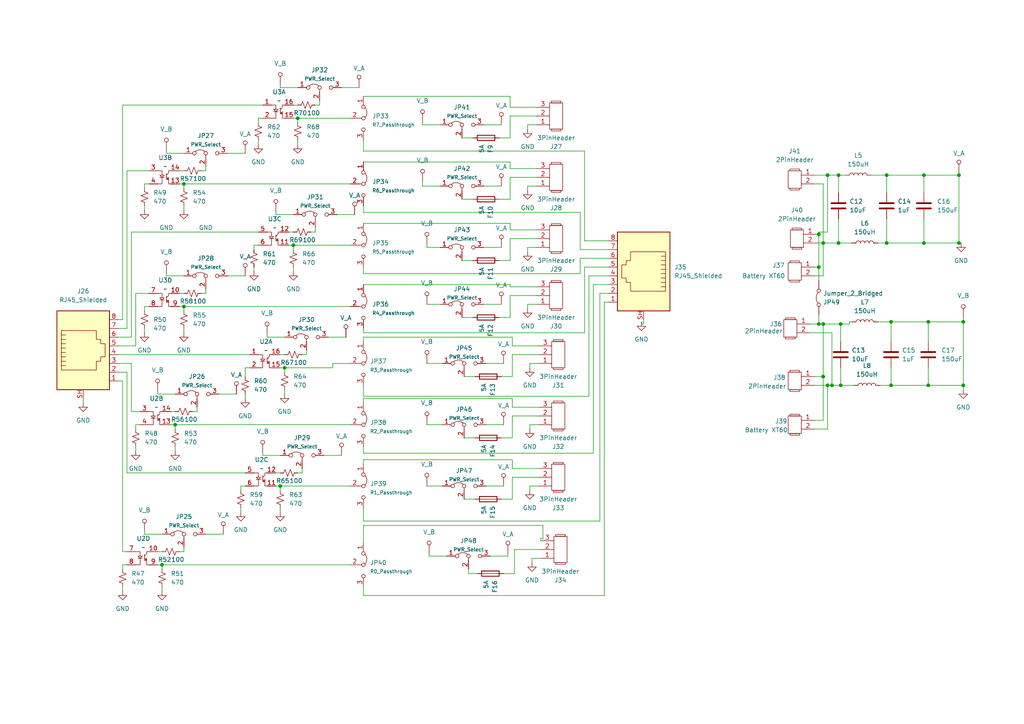
<source format=kicad_sch>
(kicad_sch (version 20231120) (generator "eeschema") (generator_version "8.0")
  (paper "A4")
  (lib_symbols
    (symbol "2PinHeader_1"
      (property "Reference" "J12" (at -1.905 0.635 0))
      (property "Value" "2PinHeader" (at -1.905 -1.905 0))
      (symbol "2PinHeader_1_1_1"
        (pin power_out line (at 3.81 -6.35 180) (length 3.81) (name "~") (number "1"))
        (pin power_out line (at 3.81 -8.89 180) (length 3.81) (name "~") (number "2"))
      )
    )
    (symbol "2PinHeader_2"
      (property "Reference" "J9" (at -1.905 0.635 0))
      (property "Value" "2PinHeader" (at -1.905 -1.905 0))
      (symbol "2PinHeader_2_1_1"
        (pin passive line (at 3.81 -6.35 180) (length 3.81) (name "~") (number "1"))
        (pin passive line (at 3.81 -8.89 180) (length 3.81) (name "~") (number "2"))
      )
    )
    (symbol "Connector:RJ45_Shielded" (pin_names (offset 1.016))
      (property "Reference" "J" (at -5.08 13.97 0))
      (property "Value" "RJ45_Shielded" (at 2.54 13.97 0))
      (symbol "RJ45_Shielded_1_1"
        (pin passive line (at 10.16 -7.62 180) (length 2.54) (name "~") (number "1"))
        (pin passive line (at 10.16 -5.08 180) (length 2.54) (name "~") (number "2"))
        (pin passive line (at 10.16 -2.54 180) (length 2.54) (name "~") (number "3"))
        (pin passive line (at 10.16 0 180) (length 2.54) (name "~") (number "4"))
        (pin passive line (at 10.16 2.54 180) (length 2.54) (name "~") (number "5"))
        (pin passive line (at 10.16 5.08 180) (length 2.54) (name "~") (number "6"))
        (pin passive line (at 10.16 7.62 180) (length 2.54) (name "~") (number "7"))
        (pin passive line (at 10.16 10.16 180) (length 2.54) (name "~") (number "8"))
        (pin passive line (at 0 -12.7 90) (length 2.54) (name "~") (number "SH"))
      )
    )
    (symbol "Custom Components:3PinHeader"
      (property "Reference" "J" (at -2.032 -1.524 0))
      (property "Value" "3PinHeader" (at -1.27 -3.302 0))
      (symbol "3PinHeader_1_1"
        (pin bidirectional line (at 3.81 -6.35 180) (length 3.81) (name "~") (number "1"))
        (pin bidirectional line (at 3.81 -8.89 180) (length 3.81) (name "~") (number "2"))
        (pin bidirectional line (at 3.81 -11.43 180) (length 3.81) (name "~") (number "3"))
      )
    )
    (symbol "Device:C" (pin_numbers hide) (pin_names (offset 0.254))
      (property "Reference" "C" (at 0.635 2.54 0))
      (property "Value" "C" (at 0.635 -2.54 0))
      (symbol "C_1_1"
        (pin passive line (at 0 3.81 270) (length 2.794) (name "~") (number "1"))
        (pin passive line (at 0 -3.81 90) (length 2.794) (name "~") (number "2"))
      )
    )
    (symbol "Device:Fuse" (pin_numbers hide) (pin_names (offset 0))
      (property "Reference" "F" (at 2.032 0 90))
      (property "Value" "Fuse" (at -1.905 0 90))
      (symbol "Fuse_1_1"
        (pin passive line (at 0 3.81 270) (length 1.27) (name "~") (number "1"))
        (pin passive line (at 0 -3.81 90) (length 1.27) (name "~") (number "2"))
      )
    )
    (symbol "Device:L" (pin_numbers hide) (pin_names (offset 1.016) hide)
      (property "Reference" "L" (at -1.27 0 90))
      (property "Value" "L" (at 1.905 0 90))
      (symbol "L_1_1"
        (pin passive line (at 0 3.81 270) (length 1.27) (name "1") (number "1"))
        (pin passive line (at 0 -3.81 90) (length 1.27) (name "2") (number "2"))
      )
    )
    (symbol "Device:R_Small_US" (pin_numbers hide) (pin_names (offset 0.254) hide)
      (property "Reference" "R" (at 0.762 0.508 0))
      (property "Value" "R_Small_US" (at 0.762 -1.016 0))
      (symbol "R_Small_US_1_1"
        (pin passive line (at 0 2.54 270) (length 1.016) (name "~") (number "1"))
        (pin passive line (at 0 -2.54 90) (length 1.016) (name "~") (number "2"))
      )
    )
    (symbol "Jumper:Jumper_2_Bridged" (pin_numbers hide) (pin_names (offset 0) hide) (exclude_from_sim yes)
      (property "Reference" "JP" (at 0 1.905 0))
      (property "Value" "Jumper_2_Bridged" (at 0 -2.54 0))
      (symbol "Jumper_2_Bridged_1_1"
        (pin passive line (at -5.08 0 0) (length 2.54) (name "A") (number "1"))
        (pin passive line (at 5.08 0 180) (length 2.54) (name "B") (number "2"))
      )
    )
    (symbol "Jumper:Jumper_3_Bridged12" (pin_names (offset 0) hide)
      (property "Reference" "JP" (at -2.54 -2.54 0))
      (property "Value" "Jumper_3_Bridged12" (at 0 2.794 0))
      (symbol "Jumper_3_Bridged12_1_1"
        (pin passive line (at -6.35 0 0) (length 2.54) (name "A") (number "1"))
        (pin passive line (at 0 -3.81 90) (length 2.54) (name "C") (number "2"))
        (pin passive line (at 6.35 0 180) (length 2.54) (name "B") (number "3"))
      )
    )
    (symbol "Power_symbols:V_A" (power) (in_bom no) (on_board no)
      (property "Value" "V_A" (at 0 3.048 0))
      (symbol "V_A_1_1"
        (pin power_out line (at 0 -1.778 90) (length 2.54) (name "") (number ""))
      )
    )
    (symbol "Power_symbols:V_B" (power) (in_bom no) (on_board no)
      (property "Value" "V_B" (at 0 2.54 0))
      (symbol "V_B_1_1"
        (pin power_out line (at 0 -3.048 90) (length 2.54) (name "") (number ""))
      )
    )
    (symbol "SchmaticSymboals:PS2801C-4-A"
      (property "Reference" "U" (at -4.572 -0.762 0))
      (symbol "PS2801C-4-A_1_1"
        (pin input line (at -7.62 -2.54 0) (length 2.54) (name "") (number "1"))
        (pin output line (at 1.27 -6.35 180) (length 2.54) (name "") (number "15"))
        (pin output line (at 1.27 -2.54 180) (length 2.54) (name "") (number "16"))
        (pin input line (at -7.62 -6.35 0) (length 2.54) (name "") (number "2"))
      )
      (symbol "PS2801C-4-A_2_1"
        (pin output line (at 1.27 -6.35 180) (length 2.54) (name "") (number "13"))
        (pin output line (at 1.27 -2.54 180) (length 2.54) (name "") (number "14"))
        (pin input line (at -7.62 -2.54 0) (length 2.54) (name "") (number "3"))
        (pin input line (at -7.62 -6.35 0) (length 2.54) (name "") (number "4"))
      )
      (symbol "PS2801C-4-A_3_1"
        (pin output line (at 1.27 -6.35 180) (length 2.54) (name "") (number "11"))
        (pin output line (at 1.27 -2.54 180) (length 2.54) (name "") (number "12"))
        (pin input line (at -7.62 -2.54 0) (length 2.54) (name "") (number "5"))
        (pin input line (at -7.62 -6.35 0) (length 2.54) (name "") (number "6"))
      )
      (symbol "PS2801C-4-A_4_1"
        (pin output line (at 1.27 -2.54 180) (length 2.54) (name "") (number "10"))
        (pin input line (at -7.62 -2.54 0) (length 2.54) (name "") (number "7"))
        (pin input line (at -7.62 -6.35 0) (length 2.54) (name "") (number "8"))
        (pin output line (at 1.27 -6.35 180) (length 2.54) (name "") (number "9"))
      )
    )
    (symbol "V_A_1" (power) (in_bom no) (on_board no)
      (property "Value" "V_A" (at 0 3.81 0))
      (symbol "V_A_1_1_1"
        (pin power_in line (at 0 -1.778 90) (length 2.54) (name "") (number ""))
      )
    )
    (symbol "V_A_2" (power) (in_bom no) (on_board no)
      (property "Value" "V_A" (at 0 3.81 0))
      (symbol "V_A_2_1_1"
        (pin power_in line (at 0 -1.778 90) (length 2.54) (name "") (number ""))
      )
    )
    (symbol "V_B_1" (power) (in_bom no) (on_board no)
      (property "Value" "V_B" (at 0 3.175 0))
      (symbol "V_B_1_1_1"
        (pin power_in line (at 0 -3.048 90) (length 2.54) (name "") (number ""))
      )
    )
    (symbol "V_B_2" (power) (in_bom no) (on_board no)
      (property "Value" "V_B" (at 0 3.175 0))
      (symbol "V_B_2_1_1"
        (pin power_in line (at 0 -3.048 90) (length 2.54) (name "") (number ""))
      )
    )
    (symbol "V_B_3" (power) (in_bom no) (on_board no)
      (property "Value" "V_B" (at 0 3.175 0))
      (symbol "V_B_3_1_1"
        (pin power_in line (at 0 -3.048 90) (length 2.54) (name "") (number ""))
      )
    )
    (symbol "V_B_4" (power) (in_bom no) (on_board no)
      (property "Value" "V_B" (at 0 3.175 0))
      (symbol "V_B_4_1_1"
        (pin power_in line (at 0 -3.048 90) (length 2.54) (name "") (number ""))
      )
    )
    (symbol "power:GND" (power) (pin_names (offset 0))
      (property "Value" "GND" (at 0 -3.81 0))
      (symbol "GND_1_1"
        (pin power_in line (at 0 0 270) (length 0) hide (name "GND") (number "1"))
      )
    )
  )
  (junction (at 237.49 77.47))
  (junction (at 243.84 93.98))
  (junction (at 237.49 67.945))
  (junction (at 82.55 106.68))
  (junction (at 86.36 34.29))
  (junction (at 53.34 88.9))
  (junction (at 238.76 109.22))
  (junction (at 85.09 71.12))
  (junction (at 269.24 93.345))
  (junction (at 257.175 70.485))
  (junction (at 241.3 111.76))
  (junction (at 278.13 70.485))
  (junction (at 257.175 50.8))
  (junction (at 243.205 50.8))
  (junction (at 243.205 70.485))
  (junction (at 50.8 123.19))
  (junction (at 278.13 50.8))
  (junction (at 279.4 93.345))
  (junction (at 243.84 111.76))
  (junction (at 46.99 163.83))
  (junction (at 238.76 93.98))
  (junction (at 240.03 50.8))
  (junction (at 258.445 111.76))
  (junction (at 81.28 140.97))
  (junction (at 258.445 93.345))
  (junction (at 237.49 93.98))
  (junction (at 240.03 111.76))
  (junction (at 53.34 53.34))
  (junction (at 267.97 70.485))
  (junction (at 269.24 111.76))
  (junction (at 267.97 50.8))
  (junction (at 279.4 111.76))
  (junction (at 238.76 70.485))
  (wire (pts (xy 71.12 106.68) (xy 71.12 109.22)))
  (wire (pts (xy 246.38 93.345) (xy 247.015 93.345)))
  (wire (pts (xy 153.67 105.41) (xy 156.21 105.41)))
  (wire (pts (xy 82.55 107.95) (xy 82.55 106.68)))
  (wire (pts (xy 267.97 63.5) (xy 267.97 70.485)))
  (wire (pts (xy 133.985 92.075) (xy 137.16 92.075)))
  (wire (pts (xy 41.91 95.25) (xy 41.91 96.52)))
  (wire (pts (xy 105.41 82.55) (xy 147.955 82.55)))
  (wire (pts (xy 45.72 113.538) (xy 45.72 114.3)))
  (wire (pts (xy 86.36 40.64) (xy 86.36 41.91)))
  (wire (pts (xy 148.59 97.79) (xy 148.59 100.33)))
  (wire (pts (xy 147.955 27.94) (xy 147.955 31.115)))
  (wire (pts (xy 168.275 74.93) (xy 168.275 79.375)))
  (wire (pts (xy 257.175 70.485) (xy 254.635 70.485)))
  (wire (pts (xy 157.48 152.4) (xy 157.48 156.21)))
  (wire (pts (xy 156.21 120.65) (xy 148.59 120.65)))
  (wire (pts (xy 45.72 160.02) (xy 46.99 160.02)))
  (wire (pts (xy 133.985 75.565) (xy 137.16 75.565)))
  (wire (pts (xy 153.67 106.68) (xy 153.67 105.41)))
  (wire (pts (xy 91.44 30.48) (xy 92.71 30.48)))
  (wire (pts (xy 83.82 67.31) (xy 85.09 67.31)))
  (wire (pts (xy 237.49 67.31) (xy 237.49 67.945)))
  (wire (pts (xy 258.445 93.345) (xy 269.24 93.345)))
  (wire (pts (xy 147.955 31.115) (xy 155.575 31.115)))
  (wire (pts (xy 140.335 88.265) (xy 145.415 88.265)))
  (wire (pts (xy 122.555 53.975) (xy 127.635 53.975)))
  (wire (pts (xy 240.03 50.8) (xy 240.03 67.31)))
  (wire (pts (xy 278.13 70.485) (xy 278.765 70.485)))
  (wire (pts (xy 238.76 70.485) (xy 238.76 80.01)))
  (wire (pts (xy 48.26 80.01) (xy 53.34 80.01)))
  (wire (pts (xy 153.035 89.535) (xy 153.035 88.265)))
  (wire (pts (xy 156.21 138.43) (xy 148.59 138.43)))
  (wire (pts (xy 105.41 152.4) (xy 157.48 152.4)))
  (wire (pts (xy 186.69 93.98) (xy 186.055 93.98)))
  (wire (pts (xy 134.62 127) (xy 137.795 127)))
  (wire (pts (xy 243.205 70.485) (xy 247.015 70.485)))
  (wire (pts (xy 105.41 114.935) (xy 105.41 111.76)))
  (wire (pts (xy 72.39 106.68) (xy 71.12 106.68)))
  (wire (pts (xy 134.62 109.22) (xy 137.795 109.22)))
  (wire (pts (xy 40.64 123.19) (xy 39.37 123.19)))
  (wire (pts (xy 269.24 106.68) (xy 269.24 111.76)))
  (wire (pts (xy 236.22 53.34) (xy 238.76 53.34)))
  (wire (pts (xy 122.555 35.433) (xy 122.555 36.195)))
  (wire (pts (xy 148.59 138.43) (xy 148.59 144.78)))
  (wire (pts (xy 81.28 25.4) (xy 86.36 25.4)))
  (wire (pts (xy 140.97 123.19) (xy 146.05 123.19)))
  (wire (pts (xy 172.085 131.445) (xy 172.085 82.55)))
  (wire (pts (xy 257.175 50.8) (xy 257.175 55.88)))
  (wire (pts (xy 238.76 53.34) (xy 238.76 70.485)))
  (wire (pts (xy 105.41 115.57) (xy 148.59 115.57)))
  (wire (pts (xy 53.34 53.34) (xy 101.6 53.34)))
  (wire (pts (xy 105.41 131.445) (xy 105.41 129.54)))
  (wire (pts (xy 236.855 70.485) (xy 238.76 70.485)))
  (wire (pts (xy 258.445 93.345) (xy 258.445 99.06)))
  (wire (pts (xy 140.97 105.41) (xy 146.05 105.41)))
  (wire (pts (xy 169.545 43.815) (xy 105.41 43.815)))
  (wire (pts (xy 59.69 49.53) (xy 59.69 48.26)))
  (wire (pts (xy 153.035 88.265) (xy 155.575 88.265)))
  (wire (pts (xy 153.035 36.195) (xy 155.575 36.195)))
  (wire (pts (xy 144.78 75.565) (xy 147.955 75.565)))
  (wire (pts (xy 147.955 48.895) (xy 155.575 48.895)))
  (wire (pts (xy 105.41 133.35) (xy 105.41 134.62)))
  (wire (pts (xy 35.56 170.18) (xy 35.56 171.45)))
  (wire (pts (xy 87.63 102.87) (xy 88.9 102.87)))
  (wire (pts (xy 243.84 111.76) (xy 247.65 111.76)))
  (wire (pts (xy 123.825 123.063) (xy 123.825 123.19)))
  (wire (pts (xy 66.04 44.45) (xy 71.12 44.45)))
  (wire (pts (xy 105.41 43.815) (xy 105.41 40.64)))
  (wire (pts (xy 38.1 97.79) (xy 38.1 67.31)))
  (wire (pts (xy 156.845 156.21) (xy 156.845 156.845)))
  (wire (pts (xy 123.825 70.993) (xy 123.825 71.755)))
  (wire (pts (xy 43.18 53.34) (xy 41.91 53.34)))
  (wire (pts (xy 153.035 37.465) (xy 153.035 36.195)))
  (wire (pts (xy 148.59 135.89) (xy 156.21 135.89)))
  (wire (pts (xy 77.47 97.028) (xy 77.47 97.79)))
  (wire (pts (xy 80.01 137.16) (xy 81.28 137.16)))
  (wire (pts (xy 35.56 30.48) (xy 76.2 30.48)))
  (wire (pts (xy 53.34 90.17) (xy 53.34 88.9)))
  (wire (pts (xy 50.8 124.46) (xy 50.8 123.19)))
  (wire (pts (xy 140.335 71.755) (xy 145.415 71.755)))
  (wire (pts (xy 257.175 70.485) (xy 267.97 70.485)))
  (wire (pts (xy 257.175 63.5) (xy 257.175 70.485)))
  (wire (pts (xy 69.85 140.97) (xy 69.85 142.24)))
  (wire (pts (xy 237.49 67.945) (xy 237.49 77.47)))
  (wire (pts (xy 53.34 95.25) (xy 53.34 96.52)))
  (wire (pts (xy 237.49 77.47) (xy 237.49 81.28)))
  (wire (pts (xy 105.41 172.72) (xy 105.41 170.18)))
  (wire (pts (xy 86.36 35.56) (xy 86.36 34.29)))
  (wire (pts (xy 35.56 163.83) (xy 35.56 165.1)))
  (wire (pts (xy 168.275 61.595) (xy 105.41 61.595)))
  (wire (pts (xy 53.34 54.61) (xy 53.34 53.34)))
  (wire (pts (xy 41.91 59.69) (xy 41.91 60.96)))
  (wire (pts (xy 278.13 50.8) (xy 278.13 70.485)))
  (wire (pts (xy 243.84 106.68) (xy 243.84 111.76)))
  (wire (pts (xy 105.41 151.13) (xy 173.99 151.13)))
  (wire (pts (xy 88.9 102.87) (xy 88.9 101.6)))
  (wire (pts (xy 48.26 44.45) (xy 53.34 44.45)))
  (wire (pts (xy 50.8 129.54) (xy 50.8 130.81)))
  (wire (pts (xy 36.83 137.16) (xy 71.12 137.16)))
  (wire (pts (xy 135.89 166.37) (xy 135.89 165.1)))
  (wire (pts (xy 52.07 49.53) (xy 53.34 49.53)))
  (wire (pts (xy 43.18 88.9) (xy 41.91 88.9)))
  (wire (pts (xy 34.29 100.33) (xy 39.37 100.33)))
  (wire (pts (xy 147.32 161.29) (xy 147.32 160.528)))
  (wire (pts (xy 147.955 46.99) (xy 147.955 48.895)))
  (wire (pts (xy 154.305 163.195) (xy 154.305 161.925)))
  (wire (pts (xy 144.78 57.785) (xy 147.955 57.785)))
  (wire (pts (xy 41.91 90.17) (xy 41.91 88.9)))
  (wire (pts (xy 74.93 71.12) (xy 73.66 71.12)))
  (wire (pts (xy 175.26 172.72) (xy 105.41 172.72)))
  (wire (pts (xy 46.99 163.83) (xy 101.6 163.83)))
  (wire (pts (xy 82.55 106.68) (xy 81.28 106.68)))
  (wire (pts (xy 243.84 93.98) (xy 246.38 93.98)))
  (wire (pts (xy 240.03 124.46) (xy 240.03 111.76)))
  (wire (pts (xy 92.71 30.48) (xy 92.71 29.21)))
  (wire (pts (xy 57.15 119.38) (xy 57.15 118.11)))
  (wire (pts (xy 105.41 61.595) (xy 105.41 59.69)))
  (wire (pts (xy 34.29 95.25) (xy 36.83 95.25)))
  (wire (pts (xy 147.955 66.675) (xy 155.575 66.675)))
  (wire (pts (xy 154.305 161.925) (xy 156.845 161.925)))
  (wire (pts (xy 173.99 85.09) (xy 176.53 85.09)))
  (wire (pts (xy 82.55 113.03) (xy 82.55 114.3)))
  (wire (pts (xy 35.56 110.49) (xy 35.56 160.02)))
  (wire (pts (xy 145.415 144.78) (xy 148.59 144.78)))
  (wire (pts (xy 236.855 67.945) (xy 237.49 67.945)))
  (wire (pts (xy 236.22 124.46) (xy 240.03 124.46)))
  (wire (pts (xy 122.555 36.195) (xy 127.635 36.195)))
  (wire (pts (xy 269.24 111.76) (xy 258.445 111.76)))
  (wire (pts (xy 240.03 50.8) (xy 243.205 50.8)))
  (wire (pts (xy 81.28 147.32) (xy 81.28 148.59)))
  (wire (pts (xy 148.59 100.33) (xy 156.21 100.33)))
  (wire (pts (xy 129.54 161.29) (xy 124.46 161.29)))
  (wire (pts (xy 76.2 34.29) (xy 74.93 34.29)))
  (wire (pts (xy 55.88 119.38) (xy 57.15 119.38)))
  (wire (pts (xy 140.97 140.97) (xy 146.05 140.97)))
  (wire (pts (xy 105.41 151.13) (xy 105.41 147.32)))
  (wire (pts (xy 122.555 52.705) (xy 122.555 53.975)))
  (wire (pts (xy 93.98 132.08) (xy 99.06 132.08)))
  (wire (pts (xy 168.275 79.375) (xy 105.41 79.375)))
  (wire (pts (xy 123.825 123.19) (xy 128.27 123.19)))
  (wire (pts (xy 39.37 129.54) (xy 39.37 130.81)))
  (wire (pts (xy 73.66 71.12) (xy 73.66 72.39)))
  (wire (pts (xy 172.085 82.55) (xy 176.53 82.55)))
  (wire (pts (xy 236.22 77.47) (xy 237.49 77.47)))
  (wire (pts (xy 85.09 77.47) (xy 85.09 78.74)))
  (wire (pts (xy 147.955 33.655) (xy 147.955 40.005)))
  (wire (pts (xy 169.545 43.815) (xy 169.545 69.85)))
  (wire (pts (xy 35.56 160.02) (xy 36.83 160.02)))
  (wire (pts (xy 71.12 114.3) (xy 71.12 115.57)))
  (wire (pts (xy 39.37 100.33) (xy 39.37 85.09)))
  (wire (pts (xy 24.13 116.84) (xy 24.13 115.57)))
  (wire (pts (xy 236.22 50.8) (xy 240.03 50.8)))
  (wire (pts (xy 58.42 85.09) (xy 59.69 85.09)))
  (wire (pts (xy 87.63 137.16) (xy 87.63 135.89)))
  (wire (pts (xy 238.76 70.485) (xy 243.205 70.485)))
  (wire (pts (xy 278.13 50.8) (xy 267.97 50.8)))
  (wire (pts (xy 36.83 95.25) (xy 36.83 49.53)))
  (wire (pts (xy 66.04 80.01) (xy 71.12 80.01)))
  (wire (pts (xy 236.22 121.92) (xy 238.76 121.92)))
  (wire (pts (xy 234.95 93.98) (xy 237.49 93.98)))
  (wire (pts (xy 35.56 92.71) (xy 34.29 92.71)))
  (wire (pts (xy 53.34 88.9) (xy 52.07 88.9)))
  (wire (pts (xy 156.845 159.385) (xy 149.225 159.385)))
  (wire (pts (xy 254.635 93.345) (xy 258.445 93.345)))
  (wire (pts (xy 133.985 57.785) (xy 137.16 57.785)))
  (wire (pts (xy 80.01 62.23) (xy 85.09 62.23)))
  (wire (pts (xy 168.275 61.595) (xy 168.275 72.39)))
  (wire (pts (xy 86.36 137.16) (xy 87.63 137.16)))
  (wire (pts (xy 258.445 106.68) (xy 258.445 111.76)))
  (wire (pts (xy 50.8 123.19) (xy 49.53 123.19)))
  (wire (pts (xy 96.52 106.68) (xy 96.52 105.41)))
  (wire (pts (xy 48.26 43.688) (xy 48.26 44.45)))
  (wire (pts (xy 243.205 63.5) (xy 243.205 70.485)))
  (wire (pts (xy 74.93 40.64) (xy 74.93 41.91)))
  (wire (pts (xy 53.34 88.9) (xy 101.6 88.9)))
  (wire (pts (xy 76.2 131.318) (xy 76.2 132.08)))
  (wire (pts (xy 147.955 83.185) (xy 155.575 83.185)))
  (wire (pts (xy 236.22 80.01) (xy 238.76 80.01)))
  (wire (pts (xy 269.24 111.76) (xy 279.4 111.76)))
  (wire (pts (xy 243.205 50.8) (xy 243.205 55.88)))
  (wire (pts (xy 279.4 91.948) (xy 279.4 93.345)))
  (wire (pts (xy 38.1 67.31) (xy 74.93 67.31)))
  (wire (pts (xy 148.59 115.57) (xy 148.59 118.11)))
  (wire (pts (xy 80.01 61.468) (xy 80.01 62.23)))
  (wire (pts (xy 153.035 71.755) (xy 155.575 71.755)))
  (wire (pts (xy 238.76 93.98) (xy 238.76 109.22)))
  (wire (pts (xy 85.09 71.12) (xy 83.82 71.12)))
  (wire (pts (xy 81.28 140.97) (xy 101.6 140.97)))
  (wire (pts (xy 148.59 120.65) (xy 148.59 127)))
  (wire (pts (xy 135.89 166.37) (xy 138.43 166.37)))
  (wire (pts (xy 134.62 144.78) (xy 137.795 144.78)))
  (wire (pts (xy 81.28 142.24) (xy 81.28 140.97)))
  (wire (pts (xy 34.29 105.41) (xy 38.1 105.41)))
  (wire (pts (xy 45.72 114.3) (xy 50.8 114.3)))
  (wire (pts (xy 105.41 64.77) (xy 147.955 64.77)))
  (wire (pts (xy 48.26 79.248) (xy 48.26 80.01)))
  (wire (pts (xy 52.07 160.02) (xy 53.34 160.02)))
  (wire (pts (xy 81.28 102.87) (xy 82.55 102.87)))
  (wire (pts (xy 147.955 64.77) (xy 147.955 66.675)))
  (wire (pts (xy 279.4 113.03) (xy 279.4 111.76)))
  (wire (pts (xy 269.24 93.345) (xy 279.4 93.345)))
  (wire (pts (xy 46.99 170.18) (xy 46.99 171.45)))
  (wire (pts (xy 52.07 85.09) (xy 53.34 85.09)))
  (wire (pts (xy 105.41 133.35) (xy 148.59 133.35)))
  (wire (pts (xy 258.445 111.76) (xy 255.27 111.76)))
  (wire (pts (xy 153.035 73.025) (xy 153.035 71.755)))
  (wire (pts (xy 105.41 157.48) (xy 105.41 152.4)))
  (wire (pts (xy 155.575 85.725) (xy 147.955 85.725)))
  (wire (pts (xy 73.66 77.47) (xy 73.66 78.74)))
  (wire (pts (xy 169.545 69.85) (xy 176.53 69.85)))
  (wire (pts (xy 153.67 124.46) (xy 153.67 123.19)))
  (wire (pts (xy 267.97 50.8) (xy 267.97 55.88)))
  (wire (pts (xy 140.335 36.195) (xy 145.415 36.195)))
  (wire (pts (xy 95.25 97.79) (xy 100.33 97.79)))
  (wire (pts (xy 140.335 53.975) (xy 145.415 53.975)))
  (wire (pts (xy 238.76 121.92) (xy 238.76 109.22)))
  (wire (pts (xy 123.825 105.283) (xy 123.825 105.41)))
  (wire (pts (xy 86.36 34.29) (xy 85.09 34.29)))
  (wire (pts (xy 173.99 151.13) (xy 173.99 85.09)))
  (wire (pts (xy 99.06 25.4) (xy 104.14 25.4)))
  (wire (pts (xy 169.545 77.47) (xy 176.53 77.47)))
  (wire (pts (xy 34.29 107.95) (xy 36.83 107.95)))
  (wire (pts (xy 243.205 50.8) (xy 245.11 50.8)))
  (wire (pts (xy 123.825 88.265) (xy 127.635 88.265)))
  (wire (pts (xy 53.34 53.34) (xy 52.07 53.34)))
  (wire (pts (xy 105.41 114.935) (xy 170.815 114.935)))
  (wire (pts (xy 38.1 105.41) (xy 38.1 119.38)))
  (wire (pts (xy 237.49 67.31) (xy 240.03 67.31)))
  (wire (pts (xy 236.22 109.22) (xy 238.76 109.22)))
  (wire (pts (xy 91.44 67.31) (xy 91.44 66.04)))
  (wire (pts (xy 153.035 55.245) (xy 153.035 53.975)))
  (wire (pts (xy 236.22 111.76) (xy 240.03 111.76)))
  (wire (pts (xy 156.21 102.87) (xy 148.59 102.87)))
  (wire (pts (xy 234.95 96.52) (xy 241.3 96.52)))
  (wire (pts (xy 147.955 82.55) (xy 147.955 83.185)))
  (wire (pts (xy 86.36 34.29) (xy 101.6 34.29)))
  (wire (pts (xy 85.09 71.12) (xy 101.6 71.12)))
  (wire (pts (xy 35.56 110.49) (xy 34.29 110.49)))
  (wire (pts (xy 153.67 140.97) (xy 156.21 140.97)))
  (wire (pts (xy 186.055 93.98) (xy 186.055 93.345)))
  (wire (pts (xy 257.175 50.8) (xy 267.97 50.8)))
  (wire (pts (xy 146.05 166.37) (xy 149.225 166.37)))
  (wire (pts (xy 237.49 91.44) (xy 237.49 93.98)))
  (wire (pts (xy 148.59 118.11) (xy 156.21 118.11)))
  (wire (pts (xy 133.985 40.005) (xy 137.16 40.005)))
  (wire (pts (xy 105.41 27.94) (xy 147.955 27.94)))
  (wire (pts (xy 63.5 114.3) (xy 68.58 114.3)))
  (wire (pts (xy 105.41 79.375) (xy 105.41 77.47)))
  (wire (pts (xy 155.575 51.435) (xy 147.955 51.435)))
  (wire (pts (xy 59.69 154.94) (xy 64.77 154.94)))
  (wire (pts (xy 35.56 92.71) (xy 35.56 30.48)))
  (wire (pts (xy 145.415 127) (xy 148.59 127)))
  (wire (pts (xy 105.41 131.445) (xy 172.085 131.445)))
  (wire (pts (xy 170.815 80.01) (xy 176.53 80.01)))
  (wire (pts (xy 82.55 106.68) (xy 96.52 106.68)))
  (wire (pts (xy 41.91 53.34) (xy 41.91 54.61)))
  (wire (pts (xy 90.17 67.31) (xy 91.44 67.31)))
  (wire (pts (xy 168.275 74.93) (xy 176.53 74.93)))
  (wire (pts (xy 240.03 111.76) (xy 241.3 111.76)))
  (wire (pts (xy 41.91 154.178) (xy 41.91 154.94)))
  (wire (pts (xy 36.83 107.95) (xy 36.83 137.16)))
  (wire (pts (xy 50.8 123.19) (xy 101.6 123.19)))
  (wire (pts (xy 153.035 53.975) (xy 155.575 53.975)))
  (wire (pts (xy 169.545 96.52) (xy 169.545 77.47)))
  (wire (pts (xy 127.635 71.755) (xy 123.825 71.755)))
  (wire (pts (xy 81.28 140.97) (xy 80.01 140.97)))
  (wire (pts (xy 267.97 70.485) (xy 278.13 70.485)))
  (wire (pts (xy 147.955 69.215) (xy 147.955 75.565)))
  (wire (pts (xy 85.09 72.39) (xy 85.09 71.12)))
  (wire (pts (xy 71.12 140.97) (xy 69.85 140.97)))
  (wire (pts (xy 186.69 92.71) (xy 186.69 93.98)))
  (wire (pts (xy 39.37 123.19) (xy 39.37 124.46)))
  (wire (pts (xy 105.41 97.79) (xy 105.41 99.06)))
  (wire (pts (xy 58.42 49.53) (xy 59.69 49.53)))
  (wire (pts (xy 148.59 133.35) (xy 148.59 135.89)))
  (wire (pts (xy 34.29 102.87) (xy 72.39 102.87)))
  (wire (pts (xy 142.24 161.29) (xy 147.32 161.29)))
  (wire (pts (xy 147.955 85.725) (xy 147.955 92.075)))
  (wire (pts (xy 124.46 160.528) (xy 124.46 161.29)))
  (wire (pts (xy 241.3 96.52) (xy 241.3 111.76)))
  (wire (pts (xy 105.41 97.79) (xy 148.59 97.79)))
  (wire (pts (xy 243.84 93.98) (xy 243.84 99.06)))
  (wire (pts (xy 41.91 154.94) (xy 46.99 154.94)))
  (wire (pts (xy 81.28 24.638) (xy 81.28 25.4)))
  (wire (pts (xy 238.76 93.98) (xy 243.84 93.98)))
  (wire (pts (xy 153.67 123.19) (xy 156.21 123.19)))
  (wire (pts (xy 85.09 30.48) (xy 86.36 30.48)))
  (wire (pts (xy 105.41 46.99) (xy 147.955 46.99)))
  (wire (pts (xy 237.49 93.98) (xy 238.76 93.98)))
  (wire (pts (xy 49.53 119.38) (xy 50.8 119.38)))
  (wire (pts (xy 34.29 97.79) (xy 38.1 97.79)))
  (wire (pts (xy 105.41 115.57) (xy 105.41 116.84)))
  (wire (pts (xy 39.37 85.09) (xy 43.18 85.09)))
  (wire (pts (xy 53.34 160.02) (xy 53.34 158.75)))
  (wire (pts (xy 123.825 105.41) (xy 128.27 105.41)))
  (wire (pts (xy 176.53 87.63) (xy 175.26 87.63)))
  (wire (pts (xy 105.41 96.52) (xy 105.41 95.25)))
  (wire (pts (xy 74.93 34.29) (xy 74.93 35.56)))
  (wire (pts (xy 279.4 93.345) (xy 279.4 111.76)))
  (wire (pts (xy 144.78 92.075) (xy 147.955 92.075)))
  (wire (pts (xy 252.73 50.8) (xy 257.175 50.8)))
  (wire (pts (xy 77.47 97.79) (xy 82.55 97.79)))
  (wire (pts (xy 76.2 132.08) (xy 81.28 132.08)))
  (wire (pts (xy 105.41 96.52) (xy 169.545 96.52)))
  (wire (pts (xy 97.79 62.23) (xy 102.87 62.23)))
  (wire (pts (xy 145.415 109.22) (xy 148.59 109.22)))
  (wire (pts (xy 278.13 50.038) (xy 278.13 50.8)))
  (wire (pts (xy 148.59 102.87) (xy 148.59 109.22)))
  (wire (pts (xy 149.225 159.385) (xy 149.225 166.37)))
  (wire (pts (xy 144.78 40.005) (xy 147.955 40.005)))
  (wire (pts (xy 59.69 85.09) (xy 59.69 83.82)))
  (wire (pts (xy 246.38 93.98) (xy 246.38 93.345)))
  (wire (pts (xy 123.825 140.843) (xy 123.825 140.97)))
  (wire (pts (xy 46.99 163.83) (xy 45.72 163.83)))
  (wire (pts (xy 155.575 69.215) (xy 147.955 69.215)))
  (wire (pts (xy 53.34 59.69) (xy 53.34 60.96)))
  (wire (pts (xy 241.3 111.76) (xy 243.84 111.76)))
  (wire (pts (xy 170.815 80.01) (xy 170.815 114.935)))
  (wire (pts (xy 269.24 93.345) (xy 269.24 99.06)))
  (wire (pts (xy 175.26 87.63) (xy 175.26 172.72)))
  (wire (pts (xy 46.99 165.1) (xy 46.99 163.83)))
  (wire (pts (xy 153.67 142.24) (xy 153.67 140.97)))
  (wire (pts (xy 155.575 33.655) (xy 147.955 33.655)))
  (wire (pts (xy 123.825 140.97) (xy 128.27 140.97)))
  (wire (pts (xy 147.955 51.435) (xy 147.955 57.785)))
  (wire (pts (xy 157.48 156.21) (xy 156.845 156.21)))
  (wire (pts (xy 168.275 72.39) (xy 176.53 72.39)))
  (wire (pts (xy 69.85 147.32) (xy 69.85 148.59)))
  (wire (pts (xy 38.1 119.38) (xy 40.64 119.38)))
  (wire (pts (xy 96.52 105.41) (xy 101.6 105.41)))
  (wire (pts (xy 36.83 163.83) (xy 35.56 163.83)))
  (wire (pts (xy 36.83 49.53) (xy 43.18 49.53)))
  (symbol (lib_id "Jumper:Jumper_3_Bridged12") (at 105.41 88.9 270) (unit 1)
    (property "Reference" "JP36" (at 107.95 88.2649 90) (effects (justify left)))
    (property "Value" "R4_Passthrough" (at 107.95 90.805 90) (effects (font (size 1.016 1.016)) (justify left)))
    (property "Footprint" "ATVProject_Library:3 Pin Header" (effects (hide yes)))
  )
  (symbol (lib_id "power:GND") (at 153.035 89.535 0) (unit 1)
    (property "Reference" "#PWR0109" (effects (hide yes)))
    (property "Value" "GND" (at 153.035 94.615 0))
  )
  (symbol (lib_name "2PinHeader_2") (lib_id "Custom Components:2PinHeader") (at 232.41 115.57 0) (unit 1)
    (property "Reference" "J39" (at 226.568 122.174 0))
    (property "Value" "Battery XT60" (at 222.25 124.714 0))
    (property "Footprint" "ATVProject_Library:XT60" (effects (hide yes)))
  )
  (symbol (lib_id "Device:L") (at 248.92 50.8 90) (unit 1)
    (property "Reference" "L5" (at 248.92 45.085 90))
    (property "Value" "150uH" (at 248.92 47.625 90))
    (property "Footprint" "ATVProject_Library:3232" (effects (hide yes)))
  )
  (symbol (lib_id "power:GND") (at 278.765 70.485 0) (unit 1)
    (property "Reference" "#PWR0116" (effects (hide yes)))
    (property "Value" "GND" (at 278.765 75.565 0))
  )
  (symbol (lib_id "Power_symbols:V_A") (at 145.415 69.977 0) (unit 1) (in_bom no) (on_board no)
    (property "Reference" "#PWR0100" (effects (hide yes)))
    (property "Value" "V_A" (at 145.415 66.167 0))
  )
  (symbol (lib_id "power:GND") (at 153.67 142.24 0) (unit 1)
    (property "Reference" "#PWR0112" (effects (hide yes)))
    (property "Value" "GND" (at 153.67 147.32 0))
  )
  (symbol (lib_id "Device:L") (at 250.825 93.345 90) (unit 1)
    (property "Reference" "L7" (at 250.825 87.63 90))
    (property "Value" "150uH" (at 250.825 90.17 90))
    (property "Footprint" "ATVProject_Library:3232" (effects (hide yes)))
  )
  (symbol (lib_id "Device:R_Small_US") (at 53.34 119.38 90) (unit 1)
    (property "Reference" "R56" (at 51.562 121.666 90))
    (property "Value" "100" (at 55.372 121.666 90))
    (property "Footprint" "Resistor_SMD:R_0805_2012Metric_Pad1.20x1.40mm_HandSolder" (effects (hide yes)))
    (property "Description" "Resistor, small US symbol" (effects (hide yes)))
  )
  (symbol (lib_id "Power_symbols:V_B") (at 41.91 151.13 0) (unit 1) (in_bom no) (on_board no)
    (property "Reference" "#PWR062" (effects (hide yes)))
    (property "Value" "V_B" (at 41.91 147.955 0))
  )
  (symbol (lib_id "power:GND") (at 35.56 171.45 0) (unit 1)
    (property "Reference" "#PWR058" (effects (hide yes)))
    (property "Value" "GND" (at 35.56 176.53 0))
  )
  (symbol (lib_id "Jumper:Jumper_2_Bridged") (at 237.49 86.36 90) (mirror x) (unit 1) (exclude_from_sim yes)
    (property "Reference" "JP49" (at 238.76 87.6301 90) (effects (justify right)))
    (property "Value" "Jumper_2_Bridged" (at 238.76 85.0901 90) (effects (justify right)))
    (property "Footprint" "ATVProject_Library:2 Pin Header" (effects (hide yes)))
    (property "Description" "Jumper, 2-pole, closed/bridged" (effects (hide yes)))
  )
  (symbol (lib_id "Device:R_Small_US") (at 55.88 49.53 90) (unit 1)
    (property "Reference" "R57" (at 54.102 51.816 90))
    (property "Value" "100" (at 57.912 51.816 90))
    (property "Footprint" "Resistor_SMD:R_0805_2012Metric_Pad1.20x1.40mm_HandSolder" (effects (hide yes)))
    (property "Description" "Resistor, small US symbol" (effects (hide yes)))
  )
  (symbol (lib_id "Device:Fuse") (at 142.24 166.37 270) (unit 1)
    (property "Reference" "F16" (at 143.5101 168.275 0) (effects (justify left)))
    (property "Value" "5A" (at 140.9701 168.275 0) (effects (justify left)))
    (property "Footprint" "ATVProject_Library:Fuse Holder" (effects (hide yes)))
  )
  (symbol (lib_id "Device:R_Small_US") (at 41.91 57.15 0) (unit 1)
    (property "Reference" "R49" (at 44.45 55.8799 0) (effects (justify left)))
    (property "Value" "470" (at 44.45 58.4199 0) (effects (justify left)))
    (property "Footprint" "Resistor_SMD:R_0805_2012Metric_Pad1.20x1.40mm_HandSolder" (effects (hide yes)))
    (property "Description" "Resistor, small US symbol" (effects (hide yes)))
  )
  (symbol (lib_id "power:GND") (at 39.37 130.81 0) (unit 1)
    (property "Reference" "#PWR059" (effects (hide yes)))
    (property "Value" "GND" (at 39.37 135.89 0))
  )
  (symbol (lib_id "SchmaticSymboals:PS2801C-4-A") (at 50.8 46.99 0) (unit 2)
    (property "Reference" "U3" (at 47.9425 45.72 0))
    (property "Value" "~" (at 47.9425 48.26 0))
    (property "Footprint" "ATVProject_Library:OptoCoupler (Quad)" (effects (hide yes)))
  )
  (symbol (lib_id "Jumper:Jumper_3_Bridged12") (at 57.15 114.3 0) (unit 1)
    (property "Reference" "JP26" (at 57.15 109.22 0))
    (property "Value" "PWR_Select" (at 57.15 111.76 0) (effects (font (size 1.016 1.016))))
    (property "Footprint" "ATVProject_Library:3 Pin Header" (effects (hide yes)))
  )
  (symbol (lib_id "Device:R_Small_US") (at 46.99 167.64 0) (unit 1)
    (property "Reference" "R51" (at 49.53 166.3699 0) (effects (justify left)))
    (property "Value" "470" (at 49.53 168.9099 0) (effects (justify left)))
    (property "Footprint" "Resistor_SMD:R_0805_2012Metric_Pad1.20x1.40mm_HandSolder" (effects (hide yes)))
    (property "Description" "Resistor, small US symbol" (effects (hide yes)))
  )
  (symbol (lib_id "Device:Fuse") (at 141.605 144.78 270) (unit 1)
    (property "Reference" "F15" (at 142.8751 146.685 0) (effects (justify left)))
    (property "Value" "5A" (at 140.3351 146.685 0) (effects (justify left)))
    (property "Footprint" "ATVProject_Library:Fuse Holder" (effects (hide yes)))
  )
  (symbol (lib_id "power:GND") (at 69.85 148.59 0) (unit 1)
    (property "Reference" "#PWR072" (effects (hide yes)))
    (property "Value" "GND" (at 69.85 153.67 0))
  )
  (symbol (lib_id "Device:C") (at 243.84 102.87 0) (unit 1)
    (property "Reference" "C13" (at 247.015 101.5999 0) (effects (justify left)))
    (property "Value" "10uF" (at 247.015 104.1399 0) (effects (justify left)))
    (property "Footprint" "Capacitor_SMD:C_0805_2012Metric_Pad1.18x1.45mm_HandSolder" (effects (hide yes)))
  )
  (symbol (lib_id "Power_symbols:V_A") (at 64.77 153.162 0) (unit 1) (in_bom no) (on_board no)
    (property "Reference" "#PWR070" (effects (hide yes)))
    (property "Value" "V_A" (at 64.77 149.352 0))
  )
  (symbol (lib_id "Jumper:Jumper_3_Bridged12") (at 59.69 80.01 0) (unit 1)
    (property "Reference" "JP28" (at 59.69 74.93 0))
    (property "Value" "PWR_Select" (at 59.69 77.47 0) (effects (font (size 1.016 1.016))))
    (property "Footprint" "ATVProject_Library:3 Pin Header" (effects (hide yes)))
  )
  (symbol (lib_id "Jumper:Jumper_3_Bridged12") (at 105.41 105.41 270) (unit 1)
    (property "Reference" "JP37" (at 107.315 104.7749 90) (effects (justify left)))
    (property "Value" "R3_Passthrough" (at 107.315 107.315 90) (effects (font (size 1.016 1.016)) (justify left)))
    (property "Footprint" "ATVProject_Library:3 Pin Header" (effects (hide yes)))
  )
  (symbol (lib_id "Power_symbols:V_A") (at 71.12 42.672 0) (unit 1) (in_bom no) (on_board no)
    (property "Reference" "#PWR073" (effects (hide yes)))
    (property "Value" "V_A" (at 71.12 38.862 0))
  )
  (symbol (lib_id "Device:R_Small_US") (at 49.53 160.02 90) (unit 1)
    (property "Reference" "R52" (at 47.752 162.306 90))
    (property "Value" "100" (at 51.562 162.306 90))
    (property "Footprint" "Resistor_SMD:R_0805_2012Metric_Pad1.20x1.40mm_HandSolder" (effects (hide yes)))
    (property "Description" "Resistor, small US symbol" (effects (hide yes)))
  )
  (symbol (lib_id "Jumper:Jumper_3_Bridged12") (at 133.985 71.755 0) (unit 1)
    (property "Reference" "JP43" (at 133.985 66.675 0))
    (property "Value" "PWR_Select" (at 133.985 69.215 0) (effects (font (size 1.016 1.016))))
    (property "Footprint" "ATVProject_Library:3 Pin Header" (effects (hide yes)))
  )
  (symbol (lib_id "Jumper:Jumper_3_Bridged12") (at 133.985 36.195 0) (unit 1)
    (property "Reference" "JP41" (at 133.985 31.115 0))
    (property "Value" "PWR_Select" (at 133.985 33.655 0) (effects (font (size 1.016 1.016))))
    (property "Footprint" "ATVProject_Library:3 Pin Header" (effects (hide yes)))
  )
  (symbol (lib_id "Jumper:Jumper_3_Bridged12") (at 105.41 53.34 270) (unit 1)
    (property "Reference" "JP34" (at 107.95 52.7049 90) (effects (justify left)))
    (property "Value" "R6_Passthrough" (at 107.95 55.245 90) (effects (font (size 1.016 1.016)) (justify left)))
    (property "Footprint" "ATVProject_Library:3 Pin Header" (effects (hide yes)))
  )
  (symbol (lib_id "Custom Components:3PinHeader") (at 160.02 129.54 180) (unit 1)
    (property "Reference" "J32" (at 161.925 129.54 0))
    (property "Value" "3PinHeader" (at 161.925 127 0))
    (property "Footprint" "ATVProject_Library:3 Pin Header" (effects (hide yes)))
  )
  (symbol (lib_id "SchmaticSymboals:PS2801C-4-A") (at 82.55 64.77 0) (unit 3)
    (property "Reference" "U3" (at 79.6925 63.5 0))
    (property "Value" "~" (at 79.6925 66.04 0))
    (property "Footprint" "ATVProject_Library:OptoCoupler (Quad)" (effects (hide yes)))
  )
  (symbol (lib_id "Power_symbols:V_A") (at 68.58 112.522 0) (unit 1) (in_bom no) (on_board no)
    (property "Reference" "#PWR071" (effects (hide yes)))
    (property "Value" "V_A" (at 68.58 108.712 0))
  )
  (symbol (lib_id "Jumper:Jumper_3_Bridged12") (at 91.44 62.23 0) (unit 1)
    (property "Reference" "JP31" (at 91.44 57.15 0))
    (property "Value" "PWR_Select" (at 91.44 59.69 0) (effects (font (size 1.016 1.016))))
    (property "Footprint" "ATVProject_Library:3 Pin Header" (effects (hide yes)))
  )
  (symbol (lib_id "Jumper:Jumper_3_Bridged12") (at 87.63 132.08 0) (unit 1)
    (property "Reference" "JP29" (at 87.63 127 0))
    (property "Value" "PWR_Select" (at 87.63 129.54 0) (effects (font (size 1.016 1.016))))
    (property "Footprint" "ATVProject_Library:3 Pin Header" (effects (hide yes)))
  )
  (symbol (lib_id "Device:R_Small_US") (at 53.34 92.71 0) (unit 1)
    (property "Reference" "R55" (at 55.88 91.4399 0) (effects (justify left)))
    (property "Value" "470" (at 55.88 93.9799 0) (effects (justify left)))
    (property "Footprint" "Resistor_SMD:R_0805_2012Metric_Pad1.20x1.40mm_HandSolder" (effects (hide yes)))
    (property "Description" "Resistor, small US symbol" (effects (hide yes)))
  )
  (symbol (lib_id "Device:R_Small_US") (at 50.8 127 0) (unit 1)
    (property "Reference" "R53" (at 53.34 125.7299 0) (effects (justify left)))
    (property "Value" "470" (at 53.34 128.2699 0) (effects (justify left)))
    (property "Footprint" "Resistor_SMD:R_0805_2012Metric_Pad1.20x1.40mm_HandSolder" (effects (hide yes)))
    (property "Description" "Resistor, small US symbol" (effects (hide yes)))
  )
  (symbol (lib_id "Device:Fuse") (at 140.97 75.565 270) (unit 1)
    (property "Reference" "F11" (at 142.2401 77.47 0) (effects (justify left)))
    (property "Value" "5A" (at 139.7001 77.47 0) (effects (justify left)))
    (property "Footprint" "ATVProject_Library:Fuse Holder" (effects (hide yes)))
  )
  (symbol (lib_id "power:GND") (at 41.91 96.52 0) (unit 1)
    (property "Reference" "#PWR061" (effects (hide yes)))
    (property "Value" "GND" (at 41.91 101.6 0))
  )
  (symbol (lib_id "Power_symbols:V_A") (at 71.12 78.232 0) (unit 1) (in_bom no) (on_board no)
    (property "Reference" "#PWR074" (effects (hide yes)))
    (property "Value" "V_A" (at 71.12 74.422 0))
  )
  (symbol (lib_id "Custom Components:3PinHeader") (at 160.02 111.76 180) (unit 1)
    (property "Reference" "J31" (at 161.925 111.76 0))
    (property "Value" "3PinHeader" (at 161.925 109.22 0))
    (property "Footprint" "ATVProject_Library:3 Pin Header" (effects (hide yes)))
  )
  (symbol (lib_id "Device:R_Small_US") (at 86.36 38.1 0) (unit 1)
    (property "Reference" "R68" (at 88.9 36.8299 0) (effects (justify left)))
    (property "Value" "470" (at 88.9 39.3699 0) (effects (justify left)))
    (property "Footprint" "Resistor_SMD:R_0805_2012Metric_Pad1.20x1.40mm_HandSolder" (effects (hide yes)))
    (property "Description" "Resistor, small US symbol" (effects (hide yes)))
  )
  (symbol (lib_id "Jumper:Jumper_3_Bridged12") (at 133.985 53.975 0) (unit 1)
    (property "Reference" "JP42" (at 133.985 48.895 0))
    (property "Value" "PWR_Select" (at 133.985 51.435 0) (effects (font (size 1.016 1.016))))
    (property "Footprint" "ATVProject_Library:3 Pin Header" (effects (hide yes)))
  )
  (symbol (lib_name "V_B_2") (lib_id "Power_symbols:V_B") (at 279.4 88.9 0) (unit 1) (in_bom no) (on_board no)
    (property "Reference" "#PWR0117" (effects (hide yes)))
    (property "Value" "V_B" (at 279.4 85.725 0))
  )
  (symbol (lib_id "Jumper:Jumper_3_Bridged12") (at 133.985 88.265 0) (unit 1)
    (property "Reference" "JP44" (at 133.985 83.82 0))
    (property "Value" "PWR_Select" (at 133.985 86.36 0) (effects (font (size 1.016 1.016))))
    (property "Footprint" "ATVProject_Library:3 Pin Header" (effects (hide yes)))
  )
  (symbol (lib_id "power:GND") (at 24.13 116.84 0) (unit 1)
    (property "Reference" "#PWR057" (effects (hide yes)))
    (property "Value" "GND" (at 24.13 121.92 0))
  )
  (symbol (lib_name "V_B_3") (lib_id "Power_symbols:V_B") (at 124.46 157.48 0) (unit 1) (in_bom no) (on_board no)
    (property "Reference" "#PWR097" (effects (hide yes)))
    (property "Value" "V_B" (at 124.46 154.305 0))
  )
  (symbol (lib_id "Power_symbols:V_B") (at 45.72 110.49 0) (unit 1) (in_bom no) (on_board no)
    (property "Reference" "#PWR063" (effects (hide yes)))
    (property "Value" "V_B" (at 45.72 107.315 0))
  )
  (symbol (lib_id "Jumper:Jumper_3_Bridged12") (at 92.71 25.4 0) (unit 1)
    (property "Reference" "JP32" (at 92.71 20.32 0))
    (property "Value" "PWR_Select" (at 92.71 22.86 0) (effects (font (size 1.016 1.016))))
    (property "Footprint" "ATVProject_Library:3 Pin Header" (effects (hide yes)))
  )
  (symbol (lib_id "Power_symbols:V_A") (at 145.415 34.417 0) (unit 1) (in_bom no) (on_board no)
    (property "Reference" "#PWR098" (effects (hide yes)))
    (property "Value" "V_A" (at 145.415 30.607 0))
  )
  (symbol (lib_id "Power_symbols:V_B") (at 123.825 102.235 0) (unit 1) (in_bom no) (on_board no)
    (property "Reference" "#PWR094" (effects (hide yes)))
    (property "Value" "V_B" (at 123.825 99.06 0))
  )
  (symbol (lib_id "power:GND") (at 81.28 148.59 0) (unit 1)
    (property "Reference" "#PWR082" (effects (hide yes)))
    (property "Value" "GND" (at 81.28 153.67 0))
  )
  (symbol (lib_id "Device:R_Small_US") (at 71.12 111.76 0) (unit 1)
    (property "Reference" "R60" (at 73.66 110.4899 0) (effects (justify left)))
    (property "Value" "470" (at 73.66 113.0299 0) (effects (justify left)))
    (property "Footprint" "Resistor_SMD:R_0805_2012Metric_Pad1.20x1.40mm_HandSolder" (effects (hide yes)))
    (property "Description" "Resistor, small US symbol" (effects (hide yes)))
  )
  (symbol (lib_id "Power_symbols:V_B") (at 77.47 93.98 0) (unit 1) (in_bom no) (on_board no)
    (property "Reference" "#PWR079" (effects (hide yes)))
    (property "Value" "V_B" (at 77.47 90.805 0))
  )
  (symbol (lib_name "2PinHeader_2") (lib_id "Custom Components:2PinHeader") (at 232.41 102.87 0) (unit 1)
    (property "Reference" "J38" (at 226.06 109.474 0))
    (property "Value" "2PinHeader" (at 222.504 112.014 0))
    (property "Footprint" "ATVProject_Library:2 Pin Header" (effects (hide yes)))
  )
  (symbol (lib_id "Power_symbols:V_B") (at 48.26 40.64 0) (unit 1) (in_bom no) (on_board no)
    (property "Reference" "#PWR065" (effects (hide yes)))
    (property "Value" "V_B" (at 48.26 37.465 0))
  )
  (symbol (lib_id "power:GND") (at 53.34 96.52 0) (unit 1)
    (property "Reference" "#PWR069" (effects (hide yes)))
    (property "Value" "GND" (at 53.34 101.6 0))
  )
  (symbol (lib_id "Custom Components:3PinHeader") (at 159.385 42.545 180) (unit 1)
    (property "Reference" "J27" (at 161.29 42.545 0))
    (property "Value" "3PinHeader" (at 161.29 40.005 0))
    (property "Footprint" "ATVProject_Library:3 Pin Header" (effects (hide yes)))
  )
  (symbol (lib_id "Power_symbols:V_A") (at 100.33 96.012 0) (unit 1) (in_bom no) (on_board no)
    (property "Reference" "#PWR087" (effects (hide yes)))
    (property "Value" "V_A" (at 100.33 92.202 0))
  )
  (symbol (lib_id "Device:C") (at 257.175 59.69 0) (unit 1)
    (property "Reference" "C14" (at 260.35 58.4199 0) (effects (justify left)))
    (property "Value" "1uF" (at 260.35 60.9599 0) (effects (justify left)))
    (property "Footprint" "Capacitor_SMD:C_0805_2012Metric_Pad1.18x1.45mm_HandSolder" (effects (hide yes)))
  )
  (symbol (lib_id "power:GND") (at 186.055 93.345 0) (unit 1)
    (property "Reference" "#PWR0114" (effects (hide yes)))
    (property "Value" "GND" (at 186.055 98.425 0))
  )
  (symbol (lib_id "power:GND") (at 73.66 78.74 0) (unit 1)
    (property "Reference" "#PWR076" (effects (hide yes)))
    (property "Value" "GND" (at 73.66 83.82 0))
  )
  (symbol (lib_id "Custom Components:3PinHeader") (at 160.655 168.275 180) (unit 1)
    (property "Reference" "J34" (at 162.56 168.275 0))
    (property "Value" "3PinHeader" (at 162.56 165.735 0))
    (property "Footprint" "ATVProject_Library:3 Pin Header" (effects (hide yes)))
  )
  (symbol (lib_id "SchmaticSymboals:PS2801C-4-A") (at 78.74 134.62 0) (unit 3)
    (property "Reference" "U2" (at 75.8825 133.35 0))
    (property "Value" "~" (at 75.8825 135.89 0))
    (property "Footprint" "ATVProject_Library:OptoCoupler (Quad)" (effects (hide yes)))
  )
  (symbol (lib_name "2PinHeader_1") (lib_id "Custom Components:2PinHeader") (at 231.14 87.63 0) (unit 1)
    (property "Reference" "J36" (at 225.044 93.98 0))
    (property "Value" "2PinHeader" (at 221.488 96.012 0))
    (property "Footprint" "ATVProject_Library:2 Pin Header" (effects (hide yes)))
  )
  (symbol (lib_id "SchmaticSymboals:PS2801C-4-A") (at 44.45 157.48 0) (unit 4)
    (property "Reference" "U2" (at 41.5925 156.21 0))
    (property "Value" "~" (at 41.5925 158.75 0))
    (property "Footprint" "ATVProject_Library:OptoCoupler (Quad)" (effects (hide yes)))
  )
  (symbol (lib_id "Jumper:Jumper_3_Bridged12") (at 134.62 140.97 0) (unit 1)
    (property "Reference" "JP47" (at 134.62 136.525 0))
    (property "Value" "PWR_Select" (at 134.62 139.065 0) (effects (font (size 1.016 1.016))))
    (property "Footprint" "ATVProject_Library:3 Pin Header" (effects (hide yes)))
  )
  (symbol (lib_id "SchmaticSymboals:PS2801C-4-A") (at 80.01 100.33 0) (unit 1)
    (property "Reference" "U2" (at 77.1525 99.06 0))
    (property "Value" "~" (at 77.1525 101.6 0))
    (property "Footprint" "ATVProject_Library:OptoCoupler (Quad)" (effects (hide yes)))
  )
  (symbol (lib_id "Jumper:Jumper_3_Bridged12") (at 105.41 71.12 270) (unit 1)
    (property "Reference" "JP35" (at 107.95 70.4849 90) (effects (justify left)))
    (property "Value" "R5_Passthrough" (at 107.95 73.025 90) (effects (font (size 1.016 1.016)) (justify left)))
    (property "Footprint" "ATVProject_Library:3 Pin Header" (effects (hide yes)))
  )
  (symbol (lib_id "Device:L") (at 251.46 111.76 90) (unit 1)
    (property "Reference" "L8" (at 251.46 106.045 90))
    (property "Value" "150uH" (at 251.46 108.585 90))
    (property "Footprint" "ATVProject_Library:3232" (effects (hide yes)))
  )
  (symbol (lib_id "Device:R_Small_US") (at 73.66 74.93 0) (unit 1)
    (property "Reference" "R61" (at 76.2 73.6599 0) (effects (justify left)))
    (property "Value" "470" (at 76.2 76.1999 0) (effects (justify left)))
    (property "Footprint" "Resistor_SMD:R_0805_2012Metric_Pad1.20x1.40mm_HandSolder" (effects (hide yes)))
    (property "Description" "Resistor, small US symbol" (effects (hide yes)))
  )
  (symbol (lib_name "V_A_1") (lib_id "Power_symbols:V_A") (at 278.13 48.26 0) (unit 1) (in_bom no) (on_board no)
    (property "Reference" "#PWR0115" (effects (hide yes)))
    (property "Value" "V_A" (at 278.13 44.45 0))
  )
  (symbol (lib_id "Device:R_Small_US") (at 88.9 30.48 90) (unit 1)
    (property "Reference" "R70" (at 87.122 32.766 90))
    (property "Value" "100" (at 90.932 32.766 90))
    (property "Footprint" "Resistor_SMD:R_0805_2012Metric_Pad1.20x1.40mm_HandSolder" (effects (hide yes)))
    (property "Description" "Resistor, small US symbol" (effects (hide yes)))
  )
  (symbol (lib_id "Jumper:Jumper_3_Bridged12") (at 134.62 123.19 0) (unit 1)
    (property "Reference" "JP46" (at 134.62 118.745 0))
    (property "Value" "PWR_Select" (at 134.62 121.285 0) (effects (font (size 1.016 1.016))))
    (property "Footprint" "ATVProject_Library:3 Pin Header" (effects (hide yes)))
  )
  (symbol (lib_id "Device:R_Small_US") (at 69.85 144.78 0) (unit 1)
    (property "Reference" "R59" (at 72.39 143.5099 0) (effects (justify left)))
    (property "Value" "470" (at 72.39 146.0499 0) (effects (justify left)))
    (property "Footprint" "Resistor_SMD:R_0805_2012Metric_Pad1.20x1.40mm_HandSolder" (effects (hide yes)))
    (property "Description" "Resistor, small US symbol" (effects (hide yes)))
  )
  (symbol (lib_id "Jumper:Jumper_3_Bridged12") (at 88.9 97.79 0) (unit 1)
    (property "Reference" "JP30" (at 88.9 92.71 0))
    (property "Value" "PWR_Select" (at 88.9 95.25 0) (effects (font (size 1.016 1.016))))
    (property "Footprint" "ATVProject_Library:3 Pin Header" (effects (hide yes)))
  )
  (symbol (lib_id "Power_symbols:V_B") (at 123.825 137.795 0) (unit 1) (in_bom no) (on_board no)
    (property "Reference" "#PWR096" (effects (hide yes)))
    (property "Value" "V_B" (at 123.825 134.62 0))
  )
  (symbol (lib_id "SchmaticSymboals:PS2801C-4-A") (at 50.8 82.55 0) (unit 4)
    (property "Reference" "U3" (at 47.9425 81.28 0))
    (property "Value" "~" (at 47.9425 83.82 0))
    (property "Footprint" "ATVProject_Library:OptoCoupler (Quad)" (effects (hide yes)))
  )
  (symbol (lib_id "Jumper:Jumper_3_Bridged12") (at 135.89 161.29 0) (unit 1)
    (property "Reference" "JP48" (at 135.89 156.845 0))
    (property "Value" "PWR_Select" (at 135.89 159.385 0) (effects (font (size 1.016 1.016))))
    (property "Footprint" "ATVProject_Library:3 Pin Header" (effects (hide yes)))
  )
  (symbol (lib_id "power:GND") (at 153.67 124.46 0) (unit 1)
    (property "Reference" "#PWR0111" (effects (hide yes)))
    (property "Value" "GND" (at 153.67 129.54 0))
  )
  (symbol (lib_id "Connector:RJ45_Shielded") (at 186.69 80.01 0) (mirror y) (unit 1)
    (property "Reference" "J35" (at 195.58 77.4699 0) (effects (justify right)))
    (property "Value" "RJ45_Shielded" (at 195.58 80.0099 0) (effects (justify right)))
    (property "Footprint" "footprint library:RJ45_Shieleded_BB" (effects (hide yes)))
  )
  (symbol (lib_id "power:GND") (at 41.91 60.96 0) (unit 1)
    (property "Reference" "#PWR060" (effects (hide yes)))
    (property "Value" "GND" (at 48.26 66.04 0))
  )
  (symbol (lib_id "Device:R_Small_US") (at 53.34 57.15 0) (unit 1)
    (property "Reference" "R54" (at 55.88 55.8799 0) (effects (justify left)))
    (property "Value" "470" (at 55.88 58.4199 0) (effects (justify left)))
    (property "Footprint" "Resistor_SMD:R_0805_2012Metric_Pad1.20x1.40mm_HandSolder" (effects (hide yes)))
    (property "Description" "Resistor, small US symbol" (effects (hide yes)))
  )
  (symbol (lib_id "power:GND") (at 279.4 113.03 0) (unit 1)
    (property "Reference" "#PWR0118" (effects (hide yes)))
    (property "Value" "GND" (at 279.4 118.11 0))
  )
  (symbol (lib_id "Device:R_Small_US") (at 85.09 74.93 0) (unit 1)
    (property "Reference" "R66" (at 87.63 73.6599 0) (effects (justify left)))
    (property "Value" "470" (at 87.63 76.1999 0) (effects (justify left)))
    (property "Footprint" "Resistor_SMD:R_0805_2012Metric_Pad1.20x1.40mm_HandSolder" (effects (hide yes)))
    (property "Description" "Resistor, small US symbol" (effects (hide yes)))
  )
  (symbol (lib_id "Power_symbols:V_B") (at 123.825 120.015 0) (unit 1) (in_bom no) (on_board no)
    (property "Reference" "#PWR095" (effects (hide yes)))
    (property "Value" "V_B" (at 123.825 116.84 0))
  )
  (symbol (lib_id "Jumper:Jumper_3_Bridged12") (at 53.34 154.94 0) (unit 1)
    (property "Reference" "JP25" (at 53.34 149.86 0))
    (property "Value" "PWR_Select" (at 53.34 152.4 0) (effects (font (size 1.016 1.016))))
    (property "Footprint" "ATVProject_Library:3 Pin Header" (effects (hide yes)))
  )
  (symbol (lib_id "power:GND") (at 53.34 60.96 0) (unit 1)
    (property "Reference" "#PWR068" (effects (hide yes)))
    (property "Value" "GND" (at 59.69 66.04 0))
  )
  (symbol (lib_id "power:GND") (at 153.035 73.025 0) (unit 1)
    (property "Reference" "#PWR0108" (effects (hide yes)))
    (property "Value" "GND" (at 153.035 78.105 0))
  )
  (symbol (lib_id "power:GND") (at 154.305 163.195 0) (unit 1)
    (property "Reference" "#PWR0113" (effects (hide yes)))
    (property "Value" "GND" (at 154.305 168.275 0))
  )
  (symbol (lib_id "Device:R_Small_US") (at 82.55 110.49 0) (unit 1)
    (property "Reference" "R64" (at 85.09 109.2199 0) (effects (justify left)))
    (property "Value" "470" (at 85.09 111.7599 0) (effects (justify left)))
    (property "Footprint" "Resistor_SMD:R_0805_2012Metric_Pad1.20x1.40mm_HandSolder" (effects (hide yes)))
    (property "Description" "Resistor, small US symbol" (effects (hide yes)))
  )
  (symbol (lib_id "Device:R_Small_US") (at 85.09 102.87 90) (unit 1)
    (property "Reference" "R67" (at 83.312 105.156 90))
    (property "Value" "100" (at 87.122 105.156 90))
    (property "Footprint" "Resistor_SMD:R_0805_2012Metric_Pad1.20x1.40mm_HandSolder" (effects (hide yes)))
    (property "Description" "Resistor, small US symbol" (effects (hide yes)))
  )
  (symbol (lib_id "Power_symbols:V_A") (at 146.05 103.632 0) (unit 1) (in_bom no) (on_board no)
    (property "Reference" "#PWR0102" (effects (hide yes)))
    (property "Value" "V_A" (at 146.05 99.822 0))
  )
  (symbol (lib_id "Device:Fuse") (at 141.605 109.22 270) (unit 1)
    (property "Reference" "F13" (at 142.8751 111.125 0) (effects (justify left)))
    (property "Value" "5A" (at 140.3351 111.125 0) (effects (justify left)))
    (property "Footprint" "ATVProject_Library:Fuse Holder" (effects (hide yes)))
  )
  (symbol (lib_id "Power_symbols:V_B") (at 123.825 67.945 0) (unit 1) (in_bom no) (on_board no)
    (property "Reference" "#PWR092" (effects (hide yes)))
    (property "Value" "V_B" (at 123.825 64.77 0))
  )
  (symbol (lib_id "Jumper:Jumper_3_Bridged12") (at 59.69 44.45 0) (unit 1)
    (property "Reference" "JP27" (at 59.69 39.37 0))
    (property "Value" "PWR_Select" (at 59.69 41.91 0) (effects (font (size 1.016 1.016))))
    (property "Footprint" "ATVProject_Library:3 Pin Header" (effects (hide yes)))
  )
  (symbol (lib_id "Device:Fuse") (at 140.97 92.075 270) (unit 1)
    (property "Reference" "F12" (at 142.2401 93.98 0) (effects (justify left)))
    (property "Value" "5A" (at 139.7001 93.98 0) (effects (justify left)))
    (property "Footprint" "ATVProject_Library:Fuse Holder" (effects (hide yes)))
  )
  (symbol (lib_id "Power_symbols:V_A") (at 147.32 158.75 0) (unit 1) (in_bom no) (on_board no)
    (property "Reference" "#PWR0105" (effects (hide yes)))
    (property "Value" "V_A" (at 147.32 154.94 0))
  )
  (symbol (lib_id "power:GND") (at 153.67 106.68 0) (unit 1)
    (property "Reference" "#PWR0110" (effects (hide yes)))
    (property "Value" "GND" (at 153.67 111.76 0))
  )
  (symbol (lib_id "Custom Components:3PinHeader") (at 159.385 78.105 180) (unit 1)
    (property "Reference" "J29" (at 161.29 78.105 0))
    (property "Value" "3PinHeader" (at 161.29 75.565 0))
    (property "Footprint" "ATVProject_Library:3 Pin Header" (effects (hide yes)))
  )
  (symbol (lib_id "Custom Components:3PinHeader") (at 160.02 147.32 180) (unit 1)
    (property "Reference" "J33" (at 161.925 147.32 0))
    (property "Value" "3PinHeader" (at 161.925 144.78 0))
    (property "Footprint" "ATVProject_Library:3 Pin Header" (effects (hide yes)))
  )
  (symbol (lib_id "Device:R_Small_US") (at 55.88 85.09 90) (unit 1)
    (property "Reference" "R58" (at 54.102 87.376 90))
    (property "Value" "100" (at 57.912 87.376 90))
    (property "Footprint" "Resistor_SMD:R_0805_2012Metric_Pad1.20x1.40mm_HandSolder" (effects (hide yes)))
    (property "Description" "Resistor, small US symbol" (effects (hide yes)))
  )
  (symbol (lib_id "SchmaticSymboals:PS2801C-4-A") (at 48.26 116.84 0) (unit 2)
    (property "Reference" "U2" (at 45.4025 115.57 0))
    (property "Value" "~" (at 45.4025 118.11 0))
    (property "Footprint" "ATVProject_Library:OptoCoupler (Quad)" (effects (hide yes)))
  )
  (symbol (lib_id "Jumper:Jumper_3_Bridged12") (at 105.41 34.29 270) (unit 1)
    (property "Reference" "JP33" (at 107.95 33.6549 90) (effects (justify left)))
    (property "Value" "R7_Passthrough" (at 107.95 36.195 90) (effects (font (size 1.016 1.016)) (justify left)))
    (property "Footprint" "ATVProject_Library:3 Pin Header" (effects (hide yes)))
  )
  (symbol (lib_id "Device:C") (at 267.97 59.69 0) (unit 1)
    (property "Reference" "C16" (at 271.78 58.4199 0) (effects (justify left)))
    (property "Value" "150uF" (at 271.78 60.9599 0) (effects (justify left)))
    (property "Footprint" "ATVProject_Library:2020" (effects (hide yes)))
  )
  (symbol (lib_id "Device:L") (at 250.825 70.485 90) (unit 1)
    (property "Reference" "L6" (at 250.825 64.77 90))
    (property "Value" "150uH" (at 250.825 67.31 90))
    (property "Footprint" "ATVProject_Library:3232" (effects (hide yes)))
  )
  (symbol (lib_id "Power_symbols:V_B") (at 122.555 32.385 0) (unit 1) (in_bom no) (on_board no)
    (property "Reference" "#PWR090" (effects (hide yes)))
    (property "Value" "V_B" (at 122.555 29.21 0))
  )
  (symbol (lib_id "Device:R_Small_US") (at 39.37 127 0) (unit 1)
    (property "Reference" "R48" (at 41.91 125.7299 0) (effects (justify left)))
    (property "Value" "470" (at 41.91 128.2699 0) (effects (justify left)))
    (property "Footprint" "Resistor_SMD:R_0805_2012Metric_Pad1.20x1.40mm_HandSolder" (effects (hide yes)))
    (property "Description" "Resistor, small US symbol" (effects (hide yes)))
  )
  (symbol (lib_name "2PinHeader_1") (lib_id "Custom Components:2PinHeader") (at 232.41 44.45 0) (unit 1)
    (property "Reference" "J41" (at 230.505 43.815 0))
    (property "Value" "2PinHeader" (at 230.505 46.355 0))
    (property "Footprint" "ATVProject_Library:2 Pin Header" (effects (hide yes)))
  )
  (symbol (lib_id "Device:R_Small_US") (at 81.28 144.78 0) (unit 1)
    (property "Reference" "R63" (at 83.82 143.5099 0) (effects (justify left)))
    (property "Value" "470" (at 83.82 146.0499 0) (effects (justify left)))
    (property "Footprint" "Resistor_SMD:R_0805_2012Metric_Pad1.20x1.40mm_HandSolder" (effects (hide yes)))
    (property "Description" "Resistor, small US symbol" (effects (hide yes)))
  )
  (symbol (lib_id "Device:R_Small_US") (at 35.56 167.64 0) (unit 1)
    (property "Reference" "R47" (at 38.1 166.3699 0) (effects (justify left)))
    (property "Value" "470" (at 38.1 168.9099 0) (effects (justify left)))
    (property "Footprint" "Resistor_SMD:R_0805_2012Metric_Pad1.20x1.40mm_HandSolder" (effects (hide yes)))
    (property "Description" "Resistor, small US symbol" (effects (hide yes)))
  )
  (symbol (lib_id "Device:C") (at 269.24 102.87 0) (unit 1)
    (property "Reference" "C17" (at 273.05 101.5999 0) (effects (justify left)))
    (property "Value" "150uF" (at 273.05 104.1399 0) (effects (justify left)))
    (property "Footprint" "ATVProject_Library:2020" (effects (hide yes)))
  )
  (symbol (lib_id "Device:Fuse") (at 140.97 57.785 270) (unit 1)
    (property "Reference" "F10" (at 142.2401 59.69 0) (effects (justify left)))
    (property "Value" "5A" (at 139.7001 59.69 0) (effects (justify left)))
    (property "Footprint" "ATVProject_Library:Fuse Holder" (effects (hide yes)))
  )
  (symbol (lib_id "Power_symbols:V_A") (at 145.415 86.487 0) (unit 1) (in_bom no) (on_board no)
    (property "Reference" "#PWR0101" (effects (hide yes)))
    (property "Value" "V_A" (at 145.415 82.677 0))
  )
  (symbol (lib_id "Connector:RJ45_Shielded") (at 24.13 102.87 0) (unit 1)
    (property "Reference" "J26" (at 24.13 84.455 0))
    (property "Value" "RJ45_Shielded" (at 24.13 86.995 0))
    (property "Footprint" "footprint library:RJ45_Shieleded_BB" (effects (hide yes)))
  )
  (symbol (lib_id "Device:R_Small_US") (at 74.93 38.1 0) (unit 1)
    (property "Reference" "R62" (at 77.47 36.8299 0) (effects (justify left)))
    (property "Value" "470" (at 77.47 39.3699 0) (effects (justify left)))
    (property "Footprint" "Resistor_SMD:R_0805_2012Metric_Pad1.20x1.40mm_HandSolder" (effects (hide yes)))
    (property "Description" "Resistor, small US symbol" (effects (hide yes)))
  )
  (symbol (lib_id "Power_symbols:V_B") (at 81.28 21.59 0) (unit 1) (in_bom no) (on_board no)
    (property "Reference" "#PWR081" (effects (hide yes)))
    (property "Value" "V_B" (at 81.28 18.415 0))
  )
  (symbol (lib_id "Jumper:Jumper_3_Bridged12") (at 105.41 140.97 270) (unit 1)
    (property "Reference" "JP39" (at 107.315 140.3349 90) (effects (justify left)))
    (property "Value" "R1_Passthrough" (at 107.315 142.875 90) (effects (font (size 1.016 1.016)) (justify left)))
    (property "Footprint" "ATVProject_Library:3 Pin Header" (effects (hide yes)))
  )
  (symbol (lib_id "power:GND") (at 86.36 41.91 0) (unit 1)
    (property "Reference" "#PWR085" (effects (hide yes)))
    (property "Value" "GND" (at 86.36 46.99 0))
  )
  (symbol (lib_id "power:GND") (at 46.99 171.45 0) (unit 1)
    (property "Reference" "#PWR064" (effects (hide yes)))
    (property "Value" "GND" (at 46.99 176.53 0))
  )
  (symbol (lib_id "Power_symbols:V_A") (at 146.05 139.192 0) (unit 1) (in_bom no) (on_board no)
    (property "Reference" "#PWR0104" (effects (hide yes)))
    (property "Value" "V_A" (at 146.05 135.382 0))
  )
  (symbol (lib_id "Device:Fuse") (at 141.605 127 270) (unit 1)
    (property "Reference" "F14" (at 142.8751 128.905 0) (effects (justify left)))
    (property "Value" "5A" (at 140.3351 128.905 0) (effects (justify left)))
    (property "Footprint" "ATVProject_Library:Fuse Holder" (effects (hide yes)))
  )
  (symbol (lib_id "Power_symbols:V_B") (at 76.2 128.27 0) (unit 1) (in_bom no) (on_board no)
    (property "Reference" "#PWR078" (effects (hide yes)))
    (property "Value" "V_B" (at 76.2 125.095 0))
  )
  (symbol (lib_id "power:GND") (at 82.55 114.3 0) (unit 1)
    (property "Reference" "#PWR083" (effects (hide yes)))
    (property "Value" "GND" (at 82.55 119.38 0))
  )
  (symbol (lib_id "Power_symbols:V_A") (at 145.415 52.197 0) (unit 1) (in_bom no) (on_board no)
    (property "Reference" "#PWR099" (effects (hide yes)))
    (property "Value" "V_A" (at 145.415 48.387 0))
  )
  (symbol (lib_id "Device:R_Small_US") (at 87.63 67.31 90) (unit 1)
    (property "Reference" "R69" (at 85.852 69.596 90))
    (property "Value" "100" (at 89.662 69.596 90))
    (property "Footprint" "Resistor_SMD:R_0805_2012Metric_Pad1.20x1.40mm_HandSolder" (effects (hide yes)))
    (property "Description" "Resistor, small US symbol" (effects (hide yes)))
  )
  (symbol (lib_id "Jumper:Jumper_3_Bridged12") (at 105.41 123.19 270) (unit 1)
    (property "Reference" "JP38" (at 107.315 122.5549 90) (effects (justify left)))
    (property "Value" "R2_Passthrough" (at 107.315 125.095 90) (effects (font (size 1.016 1.016)) (justify left)))
    (property "Footprint" "ATVProject_Library:3 Pin Header" (effects (hide yes)))
  )
  (symbol (lib_id "Power_symbols:V_B") (at 48.26 76.2 0) (unit 1) (in_bom no) (on_board no)
    (property "Reference" "#PWR066" (effects (hide yes)))
    (property "Value" "V_B" (at 48.26 73.025 0))
  )
  (symbol (lib_name "V_A_2") (lib_id "Power_symbols:V_A") (at 146.05 121.412 0) (unit 1) (in_bom no) (on_board no)
    (property "Reference" "#PWR0103" (effects (hide yes)))
    (property "Value" "V_A" (at 146.05 117.602 0))
  )
  (symbol (lib_id "Power_symbols:V_B") (at 80.01 58.42 0) (unit 1) (in_bom no) (on_board no)
    (property "Reference" "#PWR080" (effects (hide yes)))
    (property "Value" "V_B" (at 80.01 55.245 0))
  )
  (symbol (lib_id "power:GND") (at 74.93 41.91 0) (unit 1)
    (property "Reference" "#PWR077" (effects (hide yes)))
    (property "Value" "GND" (at 74.93 46.99 0))
  )
  (symbol (lib_id "Custom Components:3PinHeader") (at 159.385 60.325 180) (unit 1)
    (property "Reference" "J28" (at 161.29 60.325 0))
    (property "Value" "3PinHeader" (at 161.29 57.785 0))
    (property "Footprint" "ATVProject_Library:3 Pin Header" (effects (hide yes)))
  )
  (symbol (lib_name "V_B_1") (lib_id "Power_symbols:V_B") (at 123.825 85.217 0) (unit 1) (in_bom no) (on_board no)
    (property "Reference" "#PWR093" (effects (hide yes)))
    (property "Value" "V_B" (at 123.825 82.042 0))
  )
  (symbol (lib_name "2PinHeader_2") (lib_id "Custom Components:2PinHeader") (at 232.41 71.12 0) (unit 1)
    (property "Reference" "J37" (at 225.806 76.962 0))
    (property "Value" "Battery XT60" (at 221.488 80.01 0))
    (property "Footprint" "ATVProject_Library:XT60" (effects (hide yes)))
  )
  (symbol (lib_id "Device:R_Small_US") (at 83.82 137.16 90) (unit 1)
    (property "Reference" "R65" (at 82.042 139.446 90))
    (property "Value" "100" (at 85.852 139.446 90))
    (property "Footprint" "Resistor_SMD:R_0805_2012Metric_Pad1.20x1.40mm_HandSolder" (effects (hide yes)))
    (property "Description" "Resistor, small US symbol" (effects (hide yes)))
  )
  (symbol (lib_id "Custom Components:3PinHeader") (at 159.385 94.615 180) (unit 1)
    (property "Reference" "J30" (at 161.29 94.615 0))
    (property "Value" "3PinHeader" (at 161.29 92.075 0))
    (property "Footprint" "ATVProject_Library:3 Pin Header" (effects (hide yes)))
  )
  (symbol (lib_id "Device:R_Small_US") (at 41.91 92.71 0) (unit 1)
    (property "Reference" "R50" (at 44.45 92.7099 0) (effects (justify left)))
    (property "Value" "470" (at 44.45 95.2499 0) (effects (justify left)))
    (property "Footprint" "Resistor_SMD:R_0805_2012Metric_Pad1.20x1.40mm_HandSolder" (effects (hide yes)))
    (property "Description" "Resistor, small US symbol" (effects (hide yes)))
  )
  (symbol (lib_id "Device:C") (at 243.205 59.69 0) (unit 1)
    (property "Reference" "C12" (at 246.38 58.4199 0) (effects (justify left)))
    (property "Value" "10uF" (at 246.38 60.9599 0) (effects (justify left)))
    (property "Footprint" "Capacitor_SMD:C_0805_2012Metric_Pad1.18x1.45mm_HandSolder" (effects (hide yes)))
  )
  (symbol (lib_id "power:GND") (at 153.035 37.465 0) (unit 1)
    (property "Reference" "#PWR0106" (effects (hide yes)))
    (property "Value" "GND" (at 153.035 42.545 0))
  )
  (symbol (lib_id "Jumper:Jumper_3_Bridged12") (at 105.41 163.83 270) (unit 1)
    (property "Reference" "JP40" (at 107.315 163.1949 90) (effects (justify left)))
    (property "Value" "R0_Passthrough" (at 107.315 165.735 90) (effects (font (size 1.016 1.016)) (justify left)))
    (property "Footprint" "ATVProject_Library:3 Pin Header" (effects (hide yes)))
  )
  (symbol (lib_id "Power_symbols:V_A") (at 104.14 23.622 0) (unit 1) (in_bom no) (on_board no)
    (property "Reference" "#PWR089" (effects (hide yes)))
    (property "Value" "V_A" (at 104.14 19.812 0))
  )
  (symbol (lib_id "power:GND") (at 85.09 78.74 0) (unit 1)
    (property "Reference" "#PWR084" (effects (hide yes)))
    (property "Value" "GND" (at 85.09 83.82 0))
  )
  (symbol (lib_id "power:GND") (at 153.035 55.245 0) (unit 1)
    (property "Reference" "#PWR0107" (effects (hide yes)))
    (property "Value" "GND" (at 153.035 60.325 0))
  )
  (symbol (lib_id "SchmaticSymboals:PS2801C-4-A") (at 83.82 27.94 0) (unit 1)
    (property "Reference" "U3" (at 80.9625 26.67 0))
    (property "Value" "~" (at 80.9625 29.21 0))
    (property "Footprint" "ATVProject_Library:OptoCoupler (Quad)" (effects (hide yes)))
  )
  (symbol (lib_id "Device:C") (at 258.445 102.87 0) (unit 1)
    (property "Reference" "C15" (at 261.62 101.5999 0) (effects (justify left)))
    (property "Value" "1uF" (at 261.62 104.1399 0) (effects (justify left)))
    (property "Footprint" "Capacitor_SMD:C_0805_2012Metric_Pad1.18x1.45mm_HandSolder" (effects (hide yes)))
  )
  (symbol (lib_name "2PinHeader_2") (lib_id "Custom Components:2PinHeader") (at 233.045 61.595 0) (unit 1)
    (property "Reference" "J40" (at 231.14 60.96 0))
    (property "Value" "2PinHeader" (at 231.14 63.5 0))
    (property "Footprint" "ATVProject_Library:2 Pin Header" (effects (hide yes)))
  )
  (symbol (lib_id "power:GND") (at 71.12 115.57 0) (unit 1)
    (property "Reference" "#PWR075" (effects (hide yes)))
    (property "Value" "GND" (at 71.12 120.65 0))
  )
  (symbol (lib_id "Device:Fuse") (at 140.97 40.005 270) (unit 1)
    (property "Reference" "F9" (at 142.2401 41.91 0) (effects (justify left)))
    (property "Value" "5A" (at 139.7001 41.91 0) (effects (justify left)))
    (property "Footprint" "ATVProject_Library:Fuse Holder" (effects (hide yes)))
  )
  (symbol (lib_id "power:GND") (at 50.8 130.81 0) (unit 1)
    (property "Reference" "#PWR067" (effects (hide yes)))
    (property "Value" "GND" (at 50.8 135.89 0))
  )
  (symbol (lib_id "Power_symbols:V_A") (at 99.06 130.302 0) (unit 1) (in_bom no) (on_board no)
    (property "Reference" "#PWR086" (effects (hide yes)))
    (property "Value" "V_A" (at 99.06 126.492 0))
  )
  (symbol (lib_id "Jumper:Jumper_3_Bridged12") (at 134.62 105.41 0) (unit 1)
    (property "Reference" "JP45" (at 134.62 100.965 0))
    (property "Value" "PWR_Select" (at 134.62 103.505 0) (effects (font (size 1.016 1.016))))
    (property "Footprint" "ATVProject_Library:3 Pin Header" (effects (hide yes)))
  )
  (symbol (lib_name "V_B_4") (lib_id "Power_symbols:V_B") (at 122.555 49.657 0) (unit 1) (in_bom no) (on_board no)
    (property "Reference" "#PWR091" (effects (hide yes)))
    (property "Value" "V_B" (at 122.555 46.482 0))
  )
  (symbol (lib_id "Power_symbols:V_A") (at 102.87 60.452 0) (unit 1) (in_bom no) (on_board no)
    (property "Reference" "#PWR088" (effects (hide yes)))
    (property "Value" "V_A" (at 102.87 56.642 0))
  )
)
</source>
